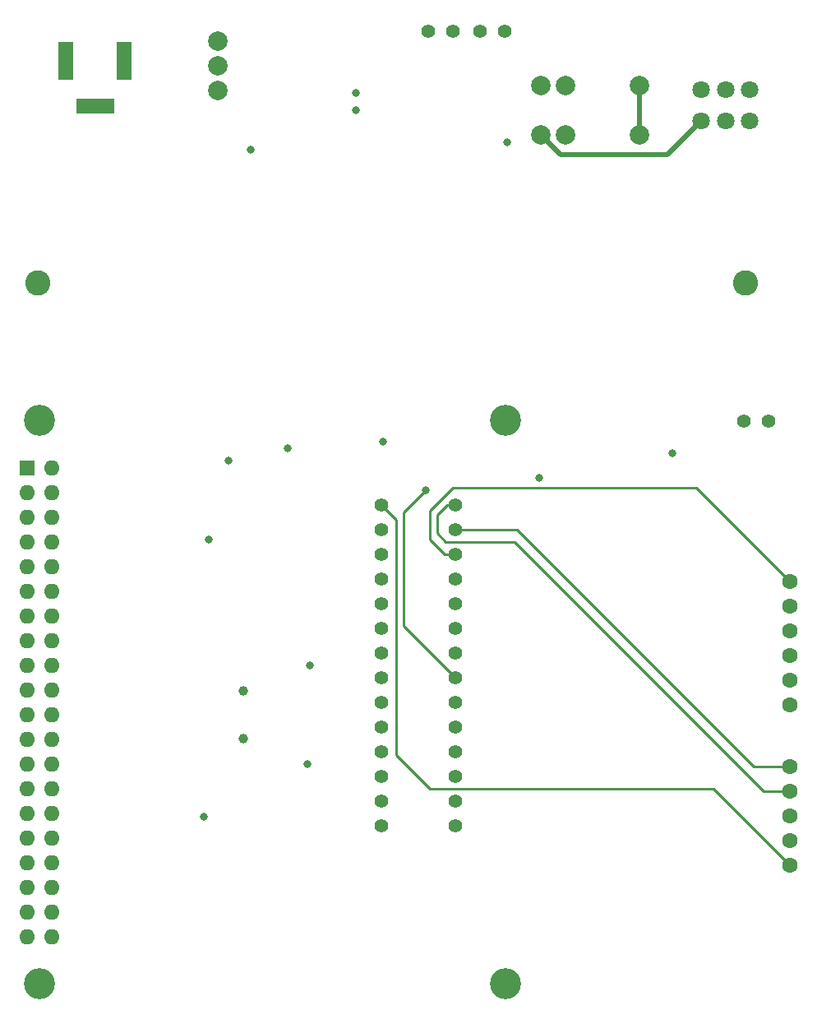
<source format=gbl>
%TF.GenerationSoftware,KiCad,Pcbnew,7.0.2-0*%
%TF.CreationDate,2023-08-30T19:58:31-04:00*%
%TF.ProjectId,Pedometer_Prototype_1,5065646f-6d65-4746-9572-5f50726f746f,rev?*%
%TF.SameCoordinates,Original*%
%TF.FileFunction,Copper,L4,Bot*%
%TF.FilePolarity,Positive*%
%FSLAX46Y46*%
G04 Gerber Fmt 4.6, Leading zero omitted, Abs format (unit mm)*
G04 Created by KiCad (PCBNEW 7.0.2-0) date 2023-08-30 19:58:31*
%MOMM*%
%LPD*%
G01*
G04 APERTURE LIST*
%TA.AperFunction,ComponentPad*%
%ADD10C,1.400000*%
%TD*%
%TA.AperFunction,ComponentPad*%
%ADD11C,1.000000*%
%TD*%
%TA.AperFunction,ComponentPad*%
%ADD12C,2.600000*%
%TD*%
%TA.AperFunction,ComponentPad*%
%ADD13C,1.600000*%
%TD*%
%TA.AperFunction,ComponentPad*%
%ADD14R,1.500000X4.000000*%
%TD*%
%TA.AperFunction,ComponentPad*%
%ADD15R,4.000000X1.500000*%
%TD*%
%TA.AperFunction,ComponentPad*%
%ADD16C,2.000000*%
%TD*%
%TA.AperFunction,ComponentPad*%
%ADD17C,3.200000*%
%TD*%
%TA.AperFunction,ComponentPad*%
%ADD18R,1.600000X1.600000*%
%TD*%
%TA.AperFunction,ComponentPad*%
%ADD19O,1.600000X1.600000*%
%TD*%
%TA.AperFunction,ComponentPad*%
%ADD20C,1.800000*%
%TD*%
%TA.AperFunction,ViaPad*%
%ADD21C,0.800000*%
%TD*%
%TA.AperFunction,Conductor*%
%ADD22C,0.250000*%
%TD*%
%TA.AperFunction,Conductor*%
%ADD23C,0.500000*%
%TD*%
G04 APERTURE END LIST*
D10*
%TO.P,D2,1,+*%
%TO.N,/+5V*%
X110236000Y-19558000D03*
%TO.P,D2,2,-*%
%TO.N,Net-(D2--)*%
X112776000Y-19558000D03*
%TD*%
%TO.P,D1,1,+*%
%TO.N,/+3.3V*%
X115570000Y-19558000D03*
%TO.P,D1,2,-*%
%TO.N,Net-(D1--)*%
X118110000Y-19558000D03*
%TD*%
%TO.P,D4,1,+*%
%TO.N,/+3.3V*%
X142748000Y-59690000D03*
%TO.P,D4,2,-*%
%TO.N,Net-(D4--)*%
X145288000Y-59690000D03*
%TD*%
%TO.P,U1,28,RB7*%
%TO.N,/PGD*%
X113030000Y-68326000D03*
%TO.P,U1,27,RB6*%
%TO.N,/PGC*%
X113030000Y-70866000D03*
%TO.P,U1,26,RB5*%
%TO.N,/STATE*%
X113030000Y-73406000D03*
%TO.P,U1,25,RB4*%
%TO.N,unconnected-(U1-RB4-Pad25)*%
X113030000Y-75946000D03*
%TO.P,U1,24,RB3*%
%TO.N,unconnected-(U1-RB3-Pad24)*%
X113030000Y-78486000D03*
%TO.P,U1,23,RB2*%
%TO.N,unconnected-(U1-RB2-Pad23)*%
X113030000Y-81026000D03*
%TO.P,U1,22,RB1*%
%TO.N,/LED_CTRL*%
X113030000Y-83566000D03*
%TO.P,U1,21,RB0*%
%TO.N,/BATT_CHARGE*%
X113030000Y-86106000D03*
%TO.P,U1,20,VDD*%
%TO.N,/+3.3V*%
X113030000Y-88646000D03*
%TO.P,U1,19,VSS*%
%TO.N,GND*%
X113030000Y-91186000D03*
%TO.P,U1,18,RC7*%
%TO.N,/RX*%
X113030000Y-93726000D03*
%TO.P,U1,17,RC6*%
%TO.N,/TX*%
X113030000Y-96266000D03*
%TO.P,U1,16,RC5*%
%TO.N,unconnected-(U1-RC5-Pad16)*%
X113030000Y-98806000D03*
%TO.P,U1,15,RC4*%
%TO.N,/I2C_SDA*%
X113030000Y-101346000D03*
%TO.P,U1,14,RC3*%
%TO.N,/I2C_SCL*%
X105410000Y-101346000D03*
%TO.P,U1,13,RC2*%
%TO.N,unconnected-(U1-RC2-Pad13)*%
X105410000Y-98806000D03*
%TO.P,U1,12,RC1*%
%TO.N,unconnected-(U1-RC1-Pad12)*%
X105410000Y-96266000D03*
%TO.P,U1,11,RC0*%
%TO.N,unconnected-(U1-RC0-Pad11)*%
X105410000Y-93726000D03*
%TO.P,U1,10,RA6*%
%TO.N,/OSC2*%
X105410000Y-91186000D03*
%TO.P,U1,9,RA7*%
%TO.N,/OSC1*%
X105410000Y-88646000D03*
%TO.P,U1,8,VSS*%
%TO.N,GND*%
X105410000Y-86106000D03*
%TO.P,U1,7,RA5*%
%TO.N,unconnected-(U1-RA5-Pad7)*%
X105410000Y-83566000D03*
%TO.P,U1,6,RA4*%
%TO.N,unconnected-(U1-RA4-Pad6)*%
X105410000Y-81026000D03*
%TO.P,U1,5,RA3*%
%TO.N,unconnected-(U1-RA3-Pad5)*%
X105410000Y-78486000D03*
%TO.P,U1,4,RA2*%
%TO.N,unconnected-(U1-RA2-Pad4)*%
X105410000Y-75946000D03*
%TO.P,U1,3,RA1*%
%TO.N,unconnected-(U1-RA1-Pad3)*%
X105410000Y-73406000D03*
%TO.P,U1,2,RA0*%
%TO.N,/ADC0*%
X105410000Y-70866000D03*
%TO.P,U1,1,RE3/~{MCLR}*%
%TO.N,/MCLR*%
X105410000Y-68326000D03*
%TD*%
D11*
%TO.P,X1,1,1*%
%TO.N,/OSC1*%
X91186000Y-87476000D03*
%TO.P,X1,2,2*%
%TO.N,/OSC2*%
X91186000Y-92356000D03*
%TD*%
D12*
%TO.P,B1,2,-*%
%TO.N,GND*%
X142876000Y-45466000D03*
%TO.P,B1,1,+*%
%TO.N,/BAT*%
X69976000Y-45466000D03*
%TD*%
D13*
%TO.P,J3,1,STATE*%
%TO.N,/STATE*%
X147472400Y-76200000D03*
%TO.P,J3,2,RXD*%
%TO.N,/TX*%
X147472400Y-78740000D03*
%TO.P,J3,3,TXD*%
%TO.N,/RX*%
X147472400Y-81280000D03*
%TO.P,J3,4,GND*%
%TO.N,GND*%
X147472400Y-83820000D03*
%TO.P,J3,5,VCC*%
%TO.N,/LINEAR_REG_INPUT*%
X147472400Y-86360000D03*
%TO.P,J3,6,EN*%
%TO.N,unconnected-(J3-EN-Pad6)*%
X147472400Y-88900000D03*
%TD*%
%TO.P,J2,1,Vpp*%
%TO.N,/MCLR*%
X147472400Y-105410000D03*
%TO.P,J2,2,Vdd*%
%TO.N,/+3.3V*%
X147472400Y-102870000D03*
%TO.P,J2,3,Vss*%
%TO.N,GND*%
X147472400Y-100330000D03*
%TO.P,J2,4,PGD*%
%TO.N,/PGD*%
X147472400Y-97790000D03*
%TO.P,J2,5,PGC*%
%TO.N,/PGC*%
X147472400Y-95250000D03*
%TD*%
D14*
%TO.P,J4,1,TIP*%
%TO.N,/DC_IN*%
X78898000Y-22606000D03*
%TO.P,J4,2,SLEEVE*%
%TO.N,GND*%
X72898000Y-22606000D03*
D15*
%TO.P,J4,3,INSERT*%
X75898000Y-27306000D03*
%TD*%
D16*
%TO.P,PS1,1,Vin*%
%TO.N,/DC_IN*%
X88519000Y-20574000D03*
%TO.P,PS1,2,GND*%
%TO.N,GND*%
X88519000Y-23114000D03*
%TO.P,PS1,3,Vout*%
%TO.N,/+5V*%
X88519000Y-25654000D03*
%TD*%
%TO.P,K1,1,NO*%
%TO.N,/+5V*%
X121794000Y-25146000D03*
%TO.P,K1,2,-*%
%TO.N,GND*%
X124334000Y-25146000D03*
%TO.P,K1,3,C1*%
%TO.N,/LINEAR_REG_INPUT*%
X131954000Y-25146000D03*
%TO.P,K1,4,C2*%
X131954000Y-30226000D03*
%TO.P,K1,5,+*%
%TO.N,/+5V*%
X124334000Y-30226000D03*
%TO.P,K1,6,NC*%
%TO.N,/BAT_AFTER_SW*%
X121794000Y-30226000D03*
%TD*%
D17*
%TO.P,J1,*%
%TO.N,*%
X70176000Y-59663000D03*
X70176000Y-117663000D03*
X118176000Y-59663000D03*
X118176000Y-117663000D03*
D18*
%TO.P,J1,1*%
%TO.N,/+3.3V*%
X68906000Y-64533000D03*
D19*
%TO.P,J1,2*%
%TO.N,unconnected-(J1-Pad2)*%
X71446000Y-64533000D03*
%TO.P,J1,3*%
%TO.N,/I2C_SDA*%
X68906000Y-67073000D03*
%TO.P,J1,4*%
%TO.N,unconnected-(J1-Pad4)*%
X71446000Y-67073000D03*
%TO.P,J1,5*%
%TO.N,/I2C_SCL*%
X68906000Y-69613000D03*
%TO.P,J1,6*%
%TO.N,GND*%
X71446000Y-69613000D03*
%TO.P,J1,7*%
%TO.N,unconnected-(J1-Pad7)*%
X68906000Y-72153000D03*
%TO.P,J1,8*%
%TO.N,unconnected-(J1-Pad8)*%
X71446000Y-72153000D03*
%TO.P,J1,9*%
%TO.N,GND*%
X68906000Y-74693000D03*
%TO.P,J1,10*%
%TO.N,unconnected-(J1-Pad10)*%
X71446000Y-74693000D03*
%TO.P,J1,11*%
%TO.N,unconnected-(J1-Pad11)*%
X68906000Y-77233000D03*
%TO.P,J1,12*%
%TO.N,unconnected-(J1-Pad12)*%
X71446000Y-77233000D03*
%TO.P,J1,13*%
%TO.N,unconnected-(J1-Pad13)*%
X68906000Y-79773000D03*
%TO.P,J1,14*%
%TO.N,GND*%
X71446000Y-79773000D03*
%TO.P,J1,15*%
%TO.N,unconnected-(J1-Pad15)*%
X68906000Y-82313000D03*
%TO.P,J1,16*%
%TO.N,unconnected-(J1-Pad16)*%
X71446000Y-82313000D03*
%TO.P,J1,17*%
%TO.N,/+3.3V*%
X68906000Y-84853000D03*
%TO.P,J1,18*%
%TO.N,unconnected-(J1-Pad18)*%
X71446000Y-84853000D03*
%TO.P,J1,19*%
%TO.N,unconnected-(J1-Pad19)*%
X68906000Y-87393000D03*
%TO.P,J1,20*%
%TO.N,GND*%
X71446000Y-87393000D03*
%TO.P,J1,21*%
%TO.N,unconnected-(J1-Pad21)*%
X68906000Y-89933000D03*
%TO.P,J1,22*%
%TO.N,unconnected-(J1-Pad22)*%
X71446000Y-89933000D03*
%TO.P,J1,23*%
%TO.N,unconnected-(J1-Pad23)*%
X68906000Y-92473000D03*
%TO.P,J1,24*%
%TO.N,unconnected-(J1-Pad24)*%
X71446000Y-92473000D03*
%TO.P,J1,25*%
%TO.N,GND*%
X68906000Y-95013000D03*
%TO.P,J1,26*%
%TO.N,unconnected-(J1-Pad26)*%
X71446000Y-95013000D03*
%TO.P,J1,27*%
%TO.N,unconnected-(J1-Pad27)*%
X68906000Y-97553000D03*
%TO.P,J1,28*%
%TO.N,unconnected-(J1-Pad28)*%
X71446000Y-97553000D03*
%TO.P,J1,29*%
%TO.N,unconnected-(J1-Pad29)*%
X68906000Y-100093000D03*
%TO.P,J1,30*%
%TO.N,GND*%
X71446000Y-100093000D03*
%TO.P,J1,31*%
%TO.N,unconnected-(J1-Pad31)*%
X68906000Y-102633000D03*
%TO.P,J1,32*%
%TO.N,unconnected-(J1-Pad32)*%
X71446000Y-102633000D03*
%TO.P,J1,33*%
%TO.N,unconnected-(J1-Pad33)*%
X68906000Y-105173000D03*
%TO.P,J1,34*%
%TO.N,GND*%
X71446000Y-105173000D03*
%TO.P,J1,35*%
%TO.N,unconnected-(J1-Pad35)*%
X68906000Y-107713000D03*
%TO.P,J1,36*%
%TO.N,unconnected-(J1-Pad36)*%
X71446000Y-107713000D03*
%TO.P,J1,37*%
%TO.N,unconnected-(J1-Pad37)*%
X68906000Y-110253000D03*
%TO.P,J1,38*%
%TO.N,unconnected-(J1-Pad38)*%
X71446000Y-110253000D03*
%TO.P,J1,39*%
%TO.N,GND*%
X68906000Y-112793000D03*
%TO.P,J1,40*%
%TO.N,unconnected-(J1-Pad40)*%
X71446000Y-112793000D03*
%TD*%
D20*
%TO.P,SW1,6,NC*%
%TO.N,unconnected-(SW1-NC-Pad6)*%
X143344000Y-28803000D03*
%TO.P,SW1,5,C*%
%TO.N,/BAT*%
X140844000Y-28803000D03*
%TO.P,SW1,4,NO*%
%TO.N,/BAT_AFTER_SW*%
X138344000Y-28803000D03*
%TO.P,SW1,3,NC*%
%TO.N,unconnected-(SW1-NC-Pad3)*%
X143344000Y-25553000D03*
%TO.P,SW1,2,C*%
%TO.N,unconnected-(SW1-C-Pad2)*%
X140844000Y-25553000D03*
%TO.P,SW1,1,NO*%
%TO.N,unconnected-(SW1-NO-Pad1)*%
X138344000Y-25553000D03*
%TD*%
D21*
%TO.N,GND*%
X102743000Y-25908000D03*
X102743000Y-27686000D03*
%TO.N,/+3.3V*%
X87122000Y-100457000D03*
%TO.N,GND*%
X135382000Y-62992000D03*
X121666000Y-65532000D03*
%TO.N,/BATT_CHARGE*%
X109982000Y-66802000D03*
%TO.N,GND*%
X98044000Y-84836000D03*
X97790000Y-94996000D03*
X118364000Y-30988000D03*
X91948000Y-31750000D03*
X89662000Y-63754000D03*
X105537000Y-61849000D03*
X87630000Y-71882000D03*
%TO.N,/+3.3V*%
X95758000Y-62484000D03*
%TD*%
D22*
%TO.N,/STATE*%
X113030000Y-73406000D02*
X111887000Y-73406000D01*
X137820400Y-66548000D02*
X147472400Y-76200000D01*
X111887000Y-73406000D02*
X110363000Y-71882000D01*
X110363000Y-71882000D02*
X110363000Y-68961000D01*
X112776000Y-66548000D02*
X137820400Y-66548000D01*
X110363000Y-68961000D02*
X112776000Y-66548000D01*
%TO.N,/PGD*%
X147472400Y-97790000D02*
X144780000Y-97790000D01*
X112141000Y-68326000D02*
X113030000Y-68326000D01*
X144780000Y-97790000D02*
X119126000Y-72136000D01*
X119126000Y-72136000D02*
X112014000Y-72136000D01*
X112014000Y-72136000D02*
X111125000Y-71247000D01*
X111125000Y-71247000D02*
X111125000Y-69342000D01*
X111125000Y-69342000D02*
X112141000Y-68326000D01*
D23*
%TO.N,/BAT_AFTER_SW*%
X123826000Y-32258000D02*
X121794000Y-30226000D01*
X123826000Y-32258000D02*
X134889000Y-32258000D01*
X134889000Y-32258000D02*
X138344000Y-28803000D01*
%TO.N,/LINEAR_REG_INPUT*%
X131954000Y-30226000D02*
X131954000Y-25146000D01*
D22*
%TO.N,/BATT_CHARGE*%
X109982000Y-66802000D02*
X107696000Y-69088000D01*
X107696000Y-69088000D02*
X107696000Y-80772000D01*
X107696000Y-80772000D02*
X113030000Y-86106000D01*
%TO.N,/MCLR*%
X147472400Y-105410000D02*
X139598400Y-97536000D01*
X139598400Y-97536000D02*
X110400216Y-97536000D01*
X110400216Y-97536000D02*
X106934000Y-94069784D01*
X106934000Y-94069784D02*
X106934000Y-69850000D01*
X106934000Y-69850000D02*
X105410000Y-68326000D01*
%TO.N,/PGC*%
X147472400Y-95250000D02*
X143764000Y-95250000D01*
X143764000Y-95250000D02*
X119380000Y-70866000D01*
X119380000Y-70866000D02*
X113030000Y-70866000D01*
%TD*%
M02*

</source>
